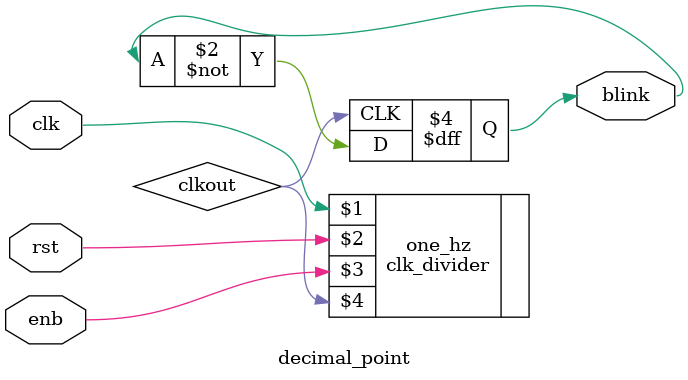
<source format=v>
`timescale 1ns / 1ps


module decimal_point(input clk, rst, enb, output reg blink);
wire clkout;
clk_divider one_hz(clk,rst,enb,clkout);
initial begin
blink=1'b1;
end

always @ (posedge clkout) begin
blink=~blink;
end
endmodule

</source>
